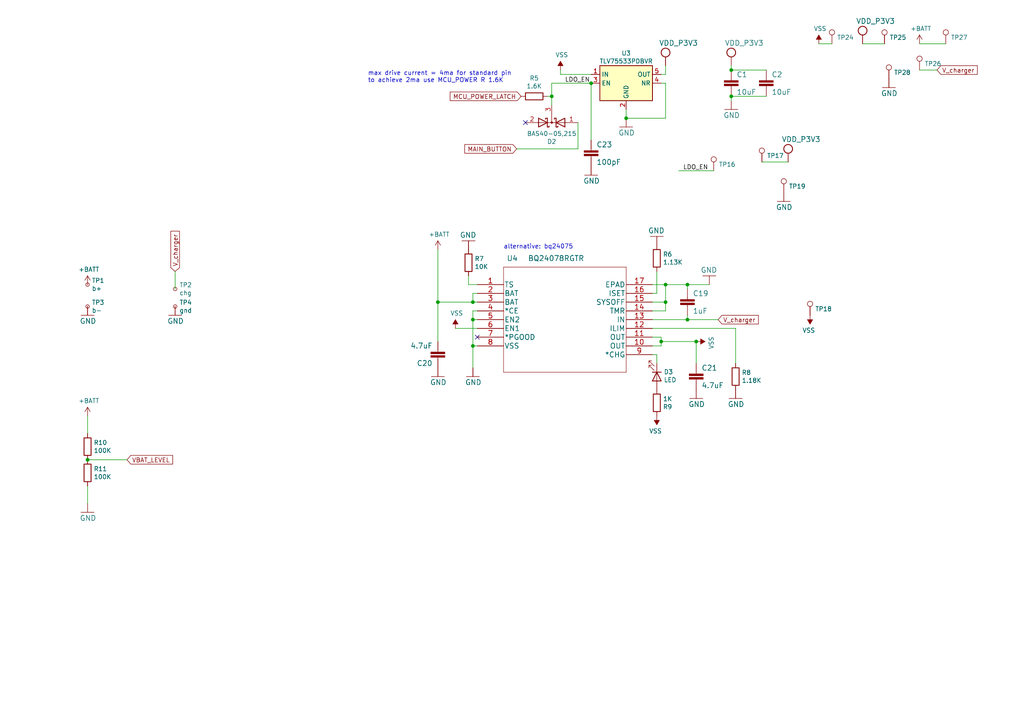
<source format=kicad_sch>
(kicad_sch (version 20211123) (generator eeschema)
  (paper "A4")
  (lib_symbols
    (symbol "Connector:TestPoint" (pin_numbers hide) (pin_names (offset 0.762) hide)
      (property "Reference" "TP" (at 0 6.858 0))
      (property "Value" "TestPoint" (at 0 5.08 0))
      (symbol "TestPoint_0_1"
        (circle (center 0 3.302) (radius 0.762))
      )
      (symbol "TestPoint_1_1"
        (pin passive line (at 0 0 90) (length 2.54) (name "1") (number "1"))
      )
    )
    (symbol "Connector:TestPoint_Small" (pin_numbers hide) (pin_names (offset 0.762) hide)
      (property "Reference" "TP" (at 0 3.81 0))
      (property "Value" "TestPoint_Small" (at 0 2.032 0))
      (symbol "TestPoint_Small_0_1"
        (circle (center 0 0) (radius 0.508))
      )
      (symbol "TestPoint_Small_1_1"
        (pin passive line (at 0 0 90) (length 0) (name "1") (number "1"))
      )
    )
    (symbol "Device:LED" (pin_numbers hide) (pin_names (offset 1.016) hide)
      (property "Reference" "D" (at 0 2.54 0))
      (property "Value" "LED" (at 0 -2.54 0))
      (symbol "LED_0_1"
        (polyline (pts (xy -1.27 -1.27) (xy -1.27 1.27)) (stroke (width 0.254)))
        (polyline (pts (xy -1.27 0) (xy 1.27 0)))
        (polyline (pts (xy 1.27 -1.27) (xy 1.27 1.27) (xy -1.27 0) (xy 1.27 -1.27)) (stroke (width 0.254)))
        (polyline (pts (xy -3.048 -0.762) (xy -4.572 -2.286) (xy -3.81 -2.286) (xy -4.572 -2.286) (xy -4.572 -1.524)))
        (polyline (pts (xy -1.778 -0.762) (xy -3.302 -2.286) (xy -2.54 -2.286) (xy -3.302 -2.286) (xy -3.302 -1.524)))
      )
      (symbol "LED_1_1"
        (pin passive line (at -3.81 0 0) (length 2.54) (name "K") (number "1"))
        (pin passive line (at 3.81 0 180) (length 2.54) (name "A") (number "2"))
      )
    )
    (symbol "Device:R" (pin_numbers hide) (pin_names (offset 0))
      (property "Reference" "R" (at 2.032 0 90))
      (property "Value" "R" (at 0 0 90))
      (symbol "R_0_1"
        (rectangle (start -1.016 -2.54) (end 1.016 2.54) (stroke (width 0.254)))
      )
      (symbol "R_1_1"
        (pin passive line (at 0 3.81 270) (length 1.27) (name "~") (number "1"))
        (pin passive line (at 0 -3.81 90) (length 1.27) (name "~") (number "2"))
      )
    )
    (symbol "Regulator_Linear:TPS73133DBV"
      (property "Reference" "U" (at -6.35 6.35 0))
      (property "Value" "TPS73133DBV" (at 1.27 6.35 0))
      (symbol "TPS73133DBV_0_1"
        (rectangle (start -7.62 -5.08) (end 7.62 5.08) (stroke (width 0.254)) (fill (type background)))
      )
      (symbol "TPS73133DBV_1_1"
        (pin power_in line (at -10.16 2.54 0) (length 2.54) (name "IN") (number "1"))
        (pin power_in line (at 0 -7.62 90) (length 2.54) (name "GND") (number "2"))
        (pin input line (at -10.16 0 0) (length 2.54) (name "EN") (number "3"))
        (pin passive line (at 10.16 0 180) (length 2.54) (name "NR") (number "4"))
        (pin power_out line (at 10.16 2.54 180) (length 2.54) (name "OUT") (number "5"))
      )
    )
    (symbol "_bq:BQ24078RGTR" (pin_names (offset 0.254))
      (property "Reference" "U" (at 25.4 10.16 0))
      (property "Value" "BQ24078RGTR" (at 25.4 7.62 0))
      (symbol "BQ24078RGTR_1_1"
        (polyline (pts (xy 7.62 -25.4) (xy 43.18 -25.4)) (stroke (width 0.127)))
        (polyline (pts (xy 7.62 5.08) (xy 7.62 -25.4)) (stroke (width 0.127)))
        (polyline (pts (xy 43.18 -25.4) (xy 43.18 5.08)) (stroke (width 0.127)))
        (polyline (pts (xy 43.18 5.08) (xy 7.62 5.08)) (stroke (width 0.127)))
        (pin input line (at 0 0 0) (length 7.62) (name "TS") (number "1"))
        (pin output line (at 50.8 -17.78 180) (length 7.62) (name "OUT") (number "10"))
        (pin output line (at 50.8 -15.24 180) (length 7.62) (name "OUT") (number "11"))
        (pin input line (at 50.8 -12.7 180) (length 7.62) (name "ILIM") (number "12"))
        (pin input line (at 50.8 -10.16 180) (length 7.62) (name "IN") (number "13"))
        (pin input line (at 50.8 -7.62 180) (length 7.62) (name "TMR") (number "14"))
        (pin input line (at 50.8 -5.08 180) (length 7.62) (name "SYSOFF") (number "15"))
        (pin bidirectional line (at 50.8 -2.54 180) (length 7.62) (name "ISET") (number "16"))
        (pin unspecified line (at 50.8 0 180) (length 7.62) (name "EPAD") (number "17"))
        (pin bidirectional line (at 0 -2.54 0) (length 7.62) (name "BAT") (number "2"))
        (pin bidirectional line (at 0 -5.08 0) (length 7.62) (name "BAT") (number "3"))
        (pin input line (at 0 -7.62 0) (length 7.62) (name "*CE") (number "4"))
        (pin input line (at 0 -10.16 0) (length 7.62) (name "EN2") (number "5"))
        (pin input line (at 0 -12.7 0) (length 7.62) (name "EN1") (number "6"))
        (pin output line (at 0 -15.24 0) (length 7.62) (name "*PGOOD") (number "7"))
        (pin power_in line (at 0 -17.78 0) (length 7.62) (name "VSS") (number "8"))
        (pin output line (at 50.8 -20.32 180) (length 7.62) (name "*CHG") (number "9"))
      )
    )
    (symbol "nRF52832_qfaa-eagle-import:CAPACITOR_0402_N" (pin_names (offset 1.016))
      (property "Value" "CAPACITOR_0402_N" (at 1.524 -4.699 0))
      (symbol "CAPACITOR_0402_N_1_0"
        (rectangle (start -2.032 -2.032) (end 2.032 -1.524) (fill (type outline)))
        (rectangle (start -2.032 -1.016) (end 2.032 -0.508) (fill (type outline)))
        (polyline (pts (xy 0 -2.54) (xy 0 -2.032)))
        (polyline (pts (xy 0 0) (xy 0 -0.508)))
        (pin passive line (at 0 2.54 270) (length 2.54) (name "1") (number "1"))
        (pin passive line (at 0 -5.08 90) (length 2.54) (name "2") (number "2"))
      )
    )
    (symbol "nRF52832_qfaa-eagle-import:GND" (power) (pin_names (offset 1.016))
      (property "Value" "GND" (at -2.54 -2.54 0))
      (symbol "GND_1_0"
        (polyline (pts (xy -1.905 0) (xy 1.905 0)))
        (pin power_in line (at 0 2.54 270) (length 2.54) (name "GND") (number "1"))
      )
    )
    (symbol "nRF52832_qfaa-eagle-import:VCC" (power) (pin_names (offset 1.016))
      (property "Value" "VCC" (at -1.905 3.175 0))
      (symbol "VCC_1_0"
        (circle (center 0 1.27) (radius 1.27) (stroke (width 0.254)))
        (pin power_in line (at 0 -2.54 90) (length 2.54) (name "VCC") (number "1"))
      )
    )
    (symbol "nRF52832_qfaa-rescue:D_Schottky_x2_KCom_AAK-Device" (pin_names (offset 0.762) hide)
      (property "Reference" "D" (at 1.27 -2.54 0))
      (property "Value" "D_Schottky_x2_KCom_AAK-Device" (at 0 2.54 0))
      (symbol "D_Schottky_x2_KCom_AAK-Device_0_1"
        (polyline (pts (xy -3.81 0) (xy 3.81 0)))
        (polyline (pts (xy 0 0) (xy 0 -2.54)))
        (polyline (pts (xy -1.27 -1.27) (xy -1.27 1.27) (xy -1.27 1.27)) (stroke (width 0.254)))
        (polyline (pts (xy 1.27 -1.27) (xy 1.27 1.27) (xy 1.27 1.27)) (stroke (width 0.254)))
        (polyline (pts (xy -1.27 -1.27) (xy -0.762 -1.27) (xy -0.762 -1.016) (xy -0.762 -1.016)) (stroke (width 0.254)))
        (polyline (pts (xy 1.27 -1.27) (xy 1.778 -1.27) (xy 1.778 -1.016) (xy 1.778 -1.016)) (stroke (width 0.254)))
        (polyline (pts (xy 1.27 1.27) (xy 0.762 1.27) (xy 0.762 1.016) (xy 0.762 1.016)) (stroke (width 0.254)))
        (polyline (pts (xy -1.778 1.016) (xy -1.778 1.27) (xy -1.27 1.27) (xy -1.27 1.27) (xy -1.27 1.27)) (stroke (width 0.254)))
        (polyline (pts (xy -3.81 1.27) (xy -1.27 0) (xy -3.81 -1.27) (xy -3.81 1.27) (xy -3.81 1.27) (xy -3.81 1.27)) (stroke (width 0.254)))
        (polyline (pts (xy 3.81 -1.27) (xy 1.27 0) (xy 3.81 1.27) (xy 3.81 -1.27) (xy 3.81 -1.27) (xy 3.81 -1.27)) (stroke (width 0.254)))
        (circle (center 0 0) (radius 0.254) (fill (type outline)))
        (pin passive line (at -7.62 0 0) (length 3.81) (name "A") (number "1"))
        (pin passive line (at 7.62 0 180) (length 3.81) (name "A") (number "2"))
        (pin passive line (at 0 -5.08 90) (length 2.54) (name "K") (number "3"))
      )
    )
    (symbol "power:+BATT" (power) (pin_names (offset 0))
      (property "Value" "+BATT" (at 0 3.556 0))
      (symbol "+BATT_0_1"
        (polyline (pts (xy -0.762 1.27) (xy 0 2.54)))
        (polyline (pts (xy 0 0) (xy 0 2.54)))
        (polyline (pts (xy 0 2.54) (xy 0.762 1.27)))
      )
      (symbol "+BATT_1_1"
        (pin power_in line (at 0 0 90) (length 0) hide (name "+BATT") (number "1"))
      )
    )
    (symbol "power:VSS" (power) (pin_names (offset 0))
      (property "Value" "VSS" (at 0 3.81 0))
      (symbol "VSS_0_1"
        (polyline (pts (xy 0 0) (xy 0 2.54)))
        (polyline (pts (xy 0.762 1.27) (xy -0.762 1.27) (xy 0 2.54) (xy 0.762 1.27)) (fill (type outline)))
      )
      (symbol "VSS_1_1"
        (pin power_in line (at 0 0 90) (length 0) hide (name "VSS") (number "1"))
      )
    )
  )
  (junction (at 137.16 87.63))
  (junction (at 25.4 133.35))
  (junction (at 137.16 92.71))
  (junction (at 171.45 24.13))
  (junction (at 201.93 99.06))
  (junction (at 137.16 100.33))
  (junction (at 193.04 87.63))
  (junction (at 199.39 92.71))
  (junction (at 181.61 34.29))
  (junction (at 191.77 99.06))
  (junction (at 212.09 27.94))
  (junction (at 212.09 20.32))
  (junction (at 127 87.63))
  (junction (at 193.04 82.55))
  (junction (at 160.02 27.94))
  (junction (at 199.39 82.55))
  (no_connect (at 138.43 97.79))
  (no_connect (at 152.4 35.56))
  (wire (pts (xy 171.45 24.13) (xy 171.45 40.64)))
  (wire (pts (xy 158.75 27.94) (xy 160.02 27.94)))
  (wire (pts (xy 189.23 90.17) (xy 193.04 90.17)))
  (wire (pts (xy 167.64 35.56) (xy 167.64 43.18)))
  (wire (pts (xy 137.16 106.68) (xy 137.16 100.33)))
  (wire (pts (xy 222.25 20.32) (xy 212.09 20.32)))
  (wire (pts (xy 201.93 99.06) (xy 201.93 105.41)))
  (wire (pts (xy 213.36 95.25) (xy 213.36 105.41)))
  (wire (pts (xy 137.16 92.71) (xy 137.16 90.17)))
  (wire (pts (xy 220.98 46.99) (xy 228.6 46.99)))
  (wire (pts (xy 189.23 102.87) (xy 190.5 102.87)))
  (wire (pts (xy 193.04 24.13) (xy 193.04 34.29)))
  (wire (pts (xy 199.39 92.71) (xy 208.28 92.71)))
  (wire (pts (xy 138.43 92.71) (xy 137.16 92.71)))
  (wire (pts (xy 222.25 27.94) (xy 212.09 27.94)))
  (wire (pts (xy 162.56 20.32) (xy 162.56 21.59)))
  (wire (pts (xy 160.02 24.13) (xy 171.45 24.13)))
  (wire (pts (xy 181.61 31.75) (xy 181.61 34.29)))
  (wire (pts (xy 25.4 133.35) (xy 36.83 133.35)))
  (wire (pts (xy 137.16 87.63) (xy 138.43 87.63)))
  (wire (pts (xy 191.77 99.06) (xy 191.77 100.33)))
  (wire (pts (xy 190.5 102.87) (xy 190.5 105.41)))
  (wire (pts (xy 50.8 83.82) (xy 50.8 78.74)))
  (wire (pts (xy 191.77 100.33) (xy 189.23 100.33)))
  (wire (pts (xy 137.16 87.63) (xy 127 87.63)))
  (wire (pts (xy 212.09 29.21) (xy 212.09 27.94)))
  (wire (pts (xy 191.77 97.79) (xy 191.77 99.06)))
  (wire (pts (xy 138.43 95.25) (xy 132.08 95.25)))
  (wire (pts (xy 193.04 82.55) (xy 199.39 82.55)))
  (wire (pts (xy 135.89 80.01) (xy 135.89 82.55)))
  (wire (pts (xy 127 72.39) (xy 127 87.63)))
  (wire (pts (xy 250.19 12.7) (xy 256.54 12.7)))
  (wire (pts (xy 199.39 83.82) (xy 199.39 82.55)))
  (wire (pts (xy 138.43 85.09) (xy 137.16 85.09)))
  (wire (pts (xy 266.7 20.32) (xy 271.78 20.32)))
  (wire (pts (xy 162.56 21.59) (xy 171.45 21.59)))
  (wire (pts (xy 137.16 100.33) (xy 138.43 100.33)))
  (wire (pts (xy 191.77 99.06) (xy 201.93 99.06)))
  (wire (pts (xy 196.85 49.53) (xy 207.01 49.53)))
  (wire (pts (xy 199.39 91.44) (xy 199.39 92.71)))
  (wire (pts (xy 189.23 97.79) (xy 191.77 97.79)))
  (wire (pts (xy 189.23 92.71) (xy 199.39 92.71)))
  (wire (pts (xy 193.04 21.59) (xy 193.04 19.05)))
  (wire (pts (xy 189.23 85.09) (xy 190.5 85.09)))
  (wire (pts (xy 137.16 92.71) (xy 137.16 100.33)))
  (wire (pts (xy 199.39 82.55) (xy 205.74 82.55)))
  (wire (pts (xy 160.02 30.48) (xy 160.02 27.94)))
  (wire (pts (xy 193.04 34.29) (xy 181.61 34.29)))
  (wire (pts (xy 190.5 85.09) (xy 190.5 78.74)))
  (wire (pts (xy 191.77 21.59) (xy 193.04 21.59)))
  (wire (pts (xy 189.23 95.25) (xy 213.36 95.25)))
  (wire (pts (xy 266.7 12.7) (xy 274.32 12.7)))
  (wire (pts (xy 237.49 12.7) (xy 241.3 12.7)))
  (wire (pts (xy 138.43 90.17) (xy 137.16 90.17)))
  (wire (pts (xy 149.86 43.18) (xy 167.64 43.18)))
  (wire (pts (xy 160.02 24.13) (xy 160.02 27.94)))
  (wire (pts (xy 212.09 19.05) (xy 212.09 20.32)))
  (wire (pts (xy 191.77 24.13) (xy 193.04 24.13)))
  (wire (pts (xy 135.89 82.55) (xy 138.43 82.55)))
  (wire (pts (xy 25.4 140.97) (xy 25.4 146.05)))
  (wire (pts (xy 127 87.63) (xy 127 99.06)))
  (wire (pts (xy 25.4 125.73) (xy 25.4 120.65)))
  (wire (pts (xy 193.04 82.55) (xy 193.04 87.63)))
  (wire (pts (xy 137.16 85.09) (xy 137.16 87.63)))
  (wire (pts (xy 189.23 82.55) (xy 193.04 82.55)))
  (wire (pts (xy 189.23 87.63) (xy 193.04 87.63)))
  (wire (pts (xy 193.04 90.17) (xy 193.04 87.63)))
  (text "alternative: bq24075" (at 146.05 72.39 0) (effects (font (size 1.27 1.27)) (justify left bottom)))
  (text "max drive current = 4ma for standard pin\nto achieve 2ma use MCU_POWER R 1.6K" (at 106.68 24.13 0) (effects (font (size 1.27 1.27)) (justify left bottom)))
  (label "LDO_EN" (at 163.83 24.13 0))
  (label "LDO_EN" (at 198.12 49.53 0))
  (global_label "MAIN_BUTTON" (shape input) (at 149.86 43.18 180) (property "Intersheet References" "${INTERSHEET_REFS}" (effects hide)))
  (global_label "V_charger" (shape input) (at 50.8 78.74 90) (property "Intersheet References" "${INTERSHEET_REFS}" (effects hide)))
  (global_label "V_charger" (shape input) (at 208.28 92.71 0) (property "Intersheet References" "${INTERSHEET_REFS}" (effects hide)))
  (global_label "V_charger" (shape input) (at 271.78 20.32 0) (property "Intersheet References" "${INTERSHEET_REFS}" (effects hide)))
  (global_label "VBAT_LEVEL" (shape input) (at 36.83 133.35 0) (property "Intersheet References" "${INTERSHEET_REFS}" (effects hide)))
  (global_label "MCU_POWER_LATCH" (shape input) (at 151.13 27.94 180) (property "Intersheet References" "${INTERSHEET_REFS}" (effects hide)))
  (symbol (lib_id "nRF52832_qfaa-eagle-import:GND") (at 181.61 36.83 0) (mirror y) (unit 1)
    (property "Reference" "#GND021" (effects hide))
    (property "Value" "GND" (at 184.15 39.37 0) (effects (font (size 1.4986 1.4986)) (justify left bottom)))
  )
  (symbol (lib_id "nRF52832_qfaa-eagle-import:VCC") (at 193.04 16.51 0) (unit 1)
    (property "Reference" "#VDD_NRF011" (effects hide))
    (property "Value" "VDD_P3V3" (at 191.135 13.335 0) (effects (font (size 1.4986 1.4986)) (justify left bottom)))
  )
  (symbol (lib_id "Device:R") (at 154.94 27.94 270) (unit 1)
    (property "Reference" "R5" (at 154.94 22.6822 90))
    (property "Value" "1.6K" (at 154.94 24.9936 90))
    (property "Footprint" "Resistor_SMD:R_0402_1005Metric" (effects hide))
    (property "LCSC" "C25867" (effects hide))
  )
  (symbol (lib_id "Regulator_Linear:TPS73133DBV") (at 181.61 24.13 0) (unit 1)
    (property "Reference" "U3" (at 181.61 15.4432 0))
    (property "Value" "TLV75533PDBVR" (at 181.61 17.7546 0))
    (property "Footprint" "Package_TO_SOT_SMD:SOT-23-5" (effects hide))
    (property "Datasheet" "https://datasheet.lcsc.com/lcsc/1912111437_Texas-Instruments-TLV75533PDBVR_C404027.pdf" (effects hide))
    (property "LCSC" "C404027" (effects hide))
  )
  (symbol (lib_id "_bq:BQ24078RGTR") (at 138.43 82.55 0) (unit 1)
    (property "Reference" "U4" (at 148.59 74.93 0) (effects (font (size 1.524 1.524))))
    (property "Value" "BQ24078RGTR" (at 161.29 74.93 0) (effects (font (size 1.524 1.524))))
    (property "Footprint" "_other:VQFN-16-1EP_3x3mm_P0.5mm_EP1.45x1.45mm_ThermalVias" (effects hide))
    (property "LCSC" "C15464" (effects hide))
  )
  (symbol (lib_id "nRF52832_qfaa-eagle-import:GND") (at 50.8 91.44 0) (mirror y) (unit 1)
    (property "Reference" "#GND026" (effects hide))
    (property "Value" "GND" (at 53.34 93.98 0) (effects (font (size 1.4986 1.4986)) (justify left bottom)))
  )
  (symbol (lib_id "Device:R") (at 135.89 76.2 0) (unit 1)
    (property "Reference" "R7" (at 137.668 75.0316 0) (effects (justify left)))
    (property "Value" "10K" (at 137.668 77.343 0) (effects (justify left)))
    (property "Footprint" "Resistor_SMD:R_0402_1005Metric" (effects hide))
    (property "LCSC" "C25744" (effects hide))
  )
  (symbol (lib_id "nRF52832_qfaa-eagle-import:GND") (at 135.89 69.85 0) (mirror x) (unit 1)
    (property "Reference" "#GND023" (effects hide))
    (property "Value" "GND" (at 133.35 67.31 0) (effects (font (size 1.4986 1.4986)) (justify left bottom)))
  )
  (symbol (lib_id "power:+BATT") (at 127 72.39 0) (unit 1)
    (property "Reference" "#PWR04" (effects hide))
    (property "Value" "+BATT" (at 127.381 67.9958 0))
  )
  (symbol (lib_id "nRF52832_qfaa-eagle-import:GND") (at 137.16 109.22 0) (mirror y) (unit 1)
    (property "Reference" "#GND028" (effects hide))
    (property "Value" "GND" (at 139.7 111.76 0) (effects (font (size 1.4986 1.4986)) (justify left bottom)))
  )
  (symbol (lib_id "power:VSS") (at 162.56 20.32 0) (unit 1)
    (property "Reference" "#PWR03" (effects hide))
    (property "Value" "VSS" (at 162.941 15.9258 0))
  )
  (symbol (lib_id "power:VSS") (at 201.93 99.06 270) (unit 1)
    (property "Reference" "#PWR07" (effects hide))
    (property "Value" "VSS" (at 206.3242 99.441 0))
  )
  (symbol (lib_id "power:+BATT") (at 25.4 82.55 0) (unit 1)
    (property "Reference" "#PWR05" (effects hide))
    (property "Value" "+BATT" (at 25.781 78.1558 0))
  )
  (symbol (lib_id "nRF52832_qfaa-eagle-import:GND") (at 25.4 91.44 0) (mirror y) (unit 1)
    (property "Reference" "#GND025" (effects hide))
    (property "Value" "GND" (at 27.94 93.98 0) (effects (font (size 1.4986 1.4986)) (justify left bottom)))
  )
  (symbol (lib_id "Device:R") (at 190.5 74.93 0) (unit 1)
    (property "Reference" "R6" (at 192.278 73.7616 0) (effects (justify left)))
    (property "Value" "1.13K" (at 192.278 76.073 0) (effects (justify left)))
    (property "Footprint" "Resistor_SMD:R_0402_1005Metric" (effects hide))
    (property "LCSC" "C67014" (effects hide))
  )
  (symbol (lib_id "Device:R") (at 213.36 109.22 0) (unit 1)
    (property "Reference" "R8" (at 215.138 108.0516 0) (effects (justify left)))
    (property "Value" "1.18K" (at 215.138 110.363 0) (effects (justify left)))
    (property "Footprint" "Resistor_SMD:R_0402_1005Metric" (effects hide))
    (property "LCSC" "C270651" (effects hide))
  )
  (symbol (lib_id "nRF52832_qfaa-eagle-import:GND") (at 25.4 148.59 0) (mirror y) (unit 1)
    (property "Reference" "#GND031" (effects hide))
    (property "Value" "GND" (at 27.94 151.13 0) (effects (font (size 1.4986 1.4986)) (justify left bottom)))
  )
  (symbol (lib_id "Device:R") (at 25.4 129.54 0) (unit 1)
    (property "Reference" "R10" (at 27.178 128.3716 0) (effects (justify left)))
    (property "Value" "100K" (at 27.178 130.683 0) (effects (justify left)))
    (property "Footprint" "Resistor_SMD:R_0402_1005Metric" (effects hide))
    (property "LCSC" "C25741" (effects hide))
  )
  (symbol (lib_id "Device:R") (at 25.4 137.16 0) (unit 1)
    (property "Reference" "R11" (at 27.178 135.9916 0) (effects (justify left)))
    (property "Value" "100K" (at 27.178 138.303 0) (effects (justify left)))
    (property "Footprint" "Resistor_SMD:R_0402_1005Metric" (effects hide))
    (property "LCSC" "C25741" (effects hide))
  )
  (symbol (lib_id "power:+BATT") (at 25.4 120.65 0) (unit 1)
    (property "Reference" "#PWR08" (effects hide))
    (property "Value" "+BATT" (at 25.781 116.2558 0))
  )
  (symbol (lib_id "nRF52832_qfaa-eagle-import:CAPACITOR_0402_N") (at 127 104.14 180) (unit 1)
    (property "Reference" "C20" (at 125.476 104.521 0) (effects (font (size 1.4986 1.4986)) (justify left bottom)))
    (property "Value" "4.7uF" (at 125.476 99.441 0) (effects (font (size 1.4986 1.4986)) (justify left bottom)))
    (property "Footprint" "Capacitor_SMD:C_0402_1005Metric" (effects hide))
    (property "LCSC" "C23733" (effects hide))
  )
  (symbol (lib_id "nRF52832_qfaa-eagle-import:CAPACITOR_0402_N") (at 199.39 86.36 0) (unit 1)
    (property "Reference" "C19" (at 200.914 85.979 0) (effects (font (size 1.4986 1.4986)) (justify left bottom)))
    (property "Value" "1uF" (at 200.914 91.059 0) (effects (font (size 1.4986 1.4986)) (justify left bottom)))
    (property "Footprint" "Capacitor_SMD:C_0402_1005Metric" (effects hide))
    (property "LCSC" "C52923" (effects hide))
  )
  (symbol (lib_id "nRF52832_qfaa-eagle-import:CAPACITOR_0402_N") (at 201.93 107.95 0) (unit 1)
    (property "Reference" "C21" (at 203.454 107.569 0) (effects (font (size 1.4986 1.4986)) (justify left bottom)))
    (property "Value" "4.7uF" (at 203.454 112.649 0) (effects (font (size 1.4986 1.4986)) (justify left bottom)))
    (property "Footprint" "Capacitor_SMD:C_0402_1005Metric" (effects hide))
    (property "LCSC" "C23733" (effects hide))
  )
  (symbol (lib_id "nRF52832_qfaa-eagle-import:GND") (at 201.93 115.57 0) (mirror y) (unit 1)
    (property "Reference" "#GND029" (effects hide))
    (property "Value" "GND" (at 204.47 118.11 0) (effects (font (size 1.4986 1.4986)) (justify left bottom)))
  )
  (symbol (lib_id "nRF52832_qfaa-eagle-import:GND") (at 127 109.22 0) (mirror y) (unit 1)
    (property "Reference" "#GND027" (effects hide))
    (property "Value" "GND" (at 129.54 111.76 0) (effects (font (size 1.4986 1.4986)) (justify left bottom)))
  )
  (symbol (lib_id "power:VSS") (at 132.08 95.25 0) (unit 1)
    (property "Reference" "#PWR06" (effects hide))
    (property "Value" "VSS" (at 132.461 90.8558 0))
  )
  (symbol (lib_id "nRF52832_qfaa-eagle-import:GND") (at 190.5 68.58 0) (mirror x) (unit 1)
    (property "Reference" "#GND022" (effects hide))
    (property "Value" "GND" (at 187.96 66.04 0) (effects (font (size 1.4986 1.4986)) (justify left bottom)))
  )
  (symbol (lib_id "nRF52832_qfaa-eagle-import:GND") (at 205.74 80.01 0) (mirror x) (unit 1)
    (property "Reference" "#GND024" (effects hide))
    (property "Value" "GND" (at 203.2 77.47 0) (effects (font (size 1.4986 1.4986)) (justify left bottom)))
  )
  (symbol (lib_id "Device:R") (at 190.5 116.84 0) (mirror x) (unit 1)
    (property "Reference" "R9" (at 192.278 118.0084 0) (effects (justify left)))
    (property "Value" "1K" (at 192.278 115.697 0) (effects (justify left)))
    (property "Footprint" "Resistor_SMD:R_0402_1005Metric" (effects hide))
    (property "LCSC" "C11702" (effects hide))
  )
  (symbol (lib_id "Device:LED") (at 190.5 109.22 270) (unit 1)
    (property "Reference" "D3" (at 192.532 107.8738 90) (effects (justify left)))
    (property "Value" "LED" (at 192.532 110.1852 90) (effects (justify left)))
    (property "Footprint" "LED_SMD:LED_0603_1608Metric" (effects hide))
    (property "LCSC" "C72043" (effects hide))
  )
  (symbol (lib_id "power:VSS") (at 190.5 120.65 180) (unit 1)
    (property "Reference" "#PWR09" (effects hide))
    (property "Value" "VSS" (at 190.119 125.0442 0))
  )
  (symbol (lib_id "nRF52832_qfaa-eagle-import:GND") (at 213.36 115.57 0) (mirror y) (unit 1)
    (property "Reference" "#GND030" (effects hide))
    (property "Value" "GND" (at 215.9 118.11 0) (effects (font (size 1.4986 1.4986)) (justify left bottom)))
  )
  (symbol (lib_id "Connector:TestPoint_Small") (at 50.8 83.82 0) (unit 1)
    (property "Reference" "TP2" (at 52.0192 82.6516 0) (effects (justify left)))
    (property "Value" "chg" (at 52.0192 84.963 0) (effects (justify left)))
    (property "Footprint" "TestPoint:TestPoint_Pad_D1.0mm" (effects hide))
  )
  (symbol (lib_id "Connector:TestPoint_Small") (at 50.8 88.9 0) (unit 1)
    (property "Reference" "TP4" (at 52.0192 87.7316 0) (effects (justify left)))
    (property "Value" "gnd" (at 52.0192 90.043 0) (effects (justify left)))
    (property "Footprint" "TestPoint:TestPoint_Pad_D1.0mm" (effects hide))
  )
  (symbol (lib_id "Connector:TestPoint_Small") (at 25.4 88.9 0) (unit 1)
    (property "Reference" "TP3" (at 26.6192 87.7316 0) (effects (justify left)))
    (property "Value" "b-" (at 26.6192 90.043 0) (effects (justify left)))
    (property "Footprint" "TestPoint:TestPoint_Pad_D1.0mm" (effects hide))
  )
  (symbol (lib_id "Connector:TestPoint_Small") (at 25.4 82.55 0) (unit 1)
    (property "Reference" "TP1" (at 26.6192 81.3816 0) (effects (justify left)))
    (property "Value" "b+" (at 26.6192 83.693 0) (effects (justify left)))
    (property "Footprint" "TestPoint:TestPoint_Pad_D1.0mm" (effects hide))
  )
  (symbol (lib_id "nRF52832_qfaa-rescue:D_Schottky_x2_KCom_AAK-Device") (at 160.02 35.56 180) (unit 1)
    (property "Reference" "D2" (at 160.02 41.0718 0))
    (property "Value" "BAS40-05,215" (at 160.02 38.7604 0))
    (property "Footprint" "Package_TO_SOT_SMD:SOT-23" (effects hide))
    (property "LCSC" "C85391" (effects hide))
  )
  (symbol (lib_id "nRF52832_qfaa-eagle-import:VCC") (at 212.09 16.51 0) (unit 1)
    (property "Reference" "#VDD_NRF0101" (effects hide))
    (property "Value" "VDD_P3V3" (at 210.185 13.335 0) (effects (font (size 1.4986 1.4986)) (justify left bottom)))
  )
  (symbol (lib_id "nRF52832_qfaa-eagle-import:CAPACITOR_0402_N") (at 212.09 22.86 0) (unit 1)
    (property "Reference" "C1" (at 213.614 22.479 0) (effects (font (size 1.4986 1.4986)) (justify left bottom)))
    (property "Value" "10uF" (at 213.614 27.559 0) (effects (font (size 1.4986 1.4986)) (justify left bottom)))
    (property "Footprint" "Capacitor_SMD:C_0402_1005Metric" (effects hide))
    (property "LCSC" "C15525" (effects hide))
  )
  (symbol (lib_id "nRF52832_qfaa-eagle-import:GND") (at 212.09 31.75 0) (mirror y) (unit 1)
    (property "Reference" "#GND0101" (effects hide))
    (property "Value" "GND" (at 214.63 34.29 0) (effects (font (size 1.4986 1.4986)) (justify left bottom)))
  )
  (symbol (lib_id "nRF52832_qfaa-eagle-import:CAPACITOR_0402_N") (at 222.25 22.86 0) (unit 1)
    (property "Reference" "C2" (at 223.774 22.479 0) (effects (font (size 1.4986 1.4986)) (justify left bottom)))
    (property "Value" "10uF" (at 223.774 27.559 0) (effects (font (size 1.4986 1.4986)) (justify left bottom)))
    (property "Footprint" "Capacitor_SMD:C_0402_1005Metric" (effects hide))
    (property "LCSC" "C15525" (effects hide))
  )
  (symbol (lib_id "Connector:TestPoint") (at 266.7 20.32 0) (unit 1)
    (property "Reference" "TP26" (at 268.1732 18.4912 0) (effects (justify left)))
    (property "Value" "TestPoint" (effects hide))
    (property "Footprint" "TestPoint:TestPoint_Pad_D1.0mm" (effects hide))
  )
  (symbol (lib_id "Connector:TestPoint") (at 207.01 49.53 0) (unit 1)
    (property "Reference" "TP16" (at 208.4832 47.7012 0) (effects (justify left)))
    (property "Value" "TestPoint" (effects hide))
    (property "Footprint" "TestPoint:TestPoint_Pad_D1.0mm" (effects hide))
  )
  (symbol (lib_id "Connector:TestPoint") (at 257.81 22.86 0) (unit 1)
    (property "Reference" "TP28" (at 259.2832 21.0312 0) (effects (justify left)))
    (property "Value" "TestPoint" (effects hide))
    (property "Footprint" "TestPoint:TestPoint_Pad_D1.0mm" (effects hide))
  )
  (symbol (lib_id "nRF52832_qfaa-eagle-import:VCC") (at 250.19 10.16 0) (unit 1)
    (property "Reference" "#VDD_NRF0102" (effects hide))
    (property "Value" "VDD_P3V3" (at 248.285 6.985 0) (effects (font (size 1.4986 1.4986)) (justify left bottom)))
  )
  (symbol (lib_id "nRF52832_qfaa-eagle-import:GND") (at 171.45 50.8 0) (mirror y) (unit 1)
    (property "Reference" "#GND01" (effects hide))
    (property "Value" "GND" (at 173.99 53.34 0) (effects (font (size 1.4986 1.4986)) (justify left bottom)))
  )
  (symbol (lib_id "power:VSS") (at 234.95 91.44 180) (unit 1)
    (property "Reference" "#PWR02" (effects hide))
    (property "Value" "VSS" (at 234.569 95.8342 0))
  )
  (symbol (lib_id "Connector:TestPoint") (at 227.33 55.88 0) (unit 1)
    (property "Reference" "TP19" (at 228.8032 54.0512 0) (effects (justify left)))
    (property "Value" "TestPoint" (effects hide))
    (property "Footprint" "TestPoint:TestPoint_Pad_D1.0mm" (effects hide))
  )
  (symbol (lib_id "nRF52832_qfaa-eagle-import:GND") (at 257.81 25.4 0) (mirror y) (unit 1)
    (property "Reference" "#GND0104" (effects hide))
    (property "Value" "GND" (at 260.35 27.94 0) (effects (font (size 1.4986 1.4986)) (justify left bottom)))
  )
  (symbol (lib_id "nRF52832_qfaa-eagle-import:VCC") (at 228.6 44.45 0) (unit 1)
    (property "Reference" "#VDD_NRF01" (effects hide))
    (property "Value" "VDD_P3V3" (at 226.695 41.275 0) (effects (font (size 1.4986 1.4986)) (justify left bottom)))
  )
  (symbol (lib_id "Connector:TestPoint") (at 274.32 12.7 0) (unit 1)
    (property "Reference" "TP27" (at 275.7932 10.8712 0) (effects (justify left)))
    (property "Value" "TestPoint" (effects hide))
    (property "Footprint" "TestPoint:TestPoint_Pad_D1.0mm" (effects hide))
  )
  (symbol (lib_id "power:VSS") (at 237.49 12.7 0) (unit 1)
    (property "Reference" "#PWR0101" (effects hide))
    (property "Value" "VSS" (at 237.871 8.3058 0))
  )
  (symbol (lib_id "Connector:TestPoint") (at 256.54 12.7 0) (unit 1)
    (property "Reference" "TP25" (at 258.0132 10.8712 0) (effects (justify left)))
    (property "Value" "TestPoint" (effects hide))
    (property "Footprint" "TestPoint:TestPoint_Pad_D1.0mm" (effects hide))
  )
  (symbol (lib_id "nRF52832_qfaa-eagle-import:CAPACITOR_0402_N") (at 171.45 43.18 0) (unit 1)
    (property "Reference" "C23" (at 172.974 42.799 0) (effects (font (size 1.4986 1.4986)) (justify left bottom)))
    (property "Value" "100pF" (at 172.974 47.879 0) (effects (font (size 1.4986 1.4986)) (justify left bottom)))
    (property "Footprint" "Capacitor_SMD:C_0402_1005Metric" (effects hide))
    (property "LCSC" "C1546" (effects hide))
  )
  (symbol (lib_id "Connector:TestPoint") (at 220.98 46.99 0) (unit 1)
    (property "Reference" "TP17" (at 222.4532 45.1612 0) (effects (justify left)))
    (property "Value" "TestPoint" (effects hide))
    (property "Footprint" "TestPoint:TestPoint_Pad_D1.0mm" (effects hide))
  )
  (symbol (lib_id "Connector:TestPoint") (at 234.95 91.44 0) (unit 1)
    (property "Reference" "TP18" (at 236.4232 89.6112 0) (effects (justify left)))
    (property "Value" "TestPoint" (effects hide))
    (property "Footprint" "TestPoint:TestPoint_Pad_D1.0mm" (effects hide))
  )
  (symbol (lib_id "Connector:TestPoint") (at 241.3 12.7 0) (unit 1)
    (property "Reference" "TP24" (at 242.7732 10.8712 0) (effects (justify left)))
    (property "Value" "TestPoint" (effects hide))
    (property "Footprint" "TestPoint:TestPoint_Pad_D1.0mm" (effects hide))
  )
  (symbol (lib_id "power:+BATT") (at 266.7 12.7 0) (unit 1)
    (property "Reference" "#PWR0102" (effects hide))
    (property "Value" "+BATT" (at 267.081 8.3058 0))
  )
  (symbol (lib_id "nRF52832_qfaa-eagle-import:GND") (at 227.33 58.42 0) (mirror y) (unit 1)
    (property "Reference" "#GND04" (effects hide))
    (property "Value" "GND" (at 229.87 60.96 0) (effects (font (size 1.4986 1.4986)) (justify left bottom)))
  )
)
</source>
